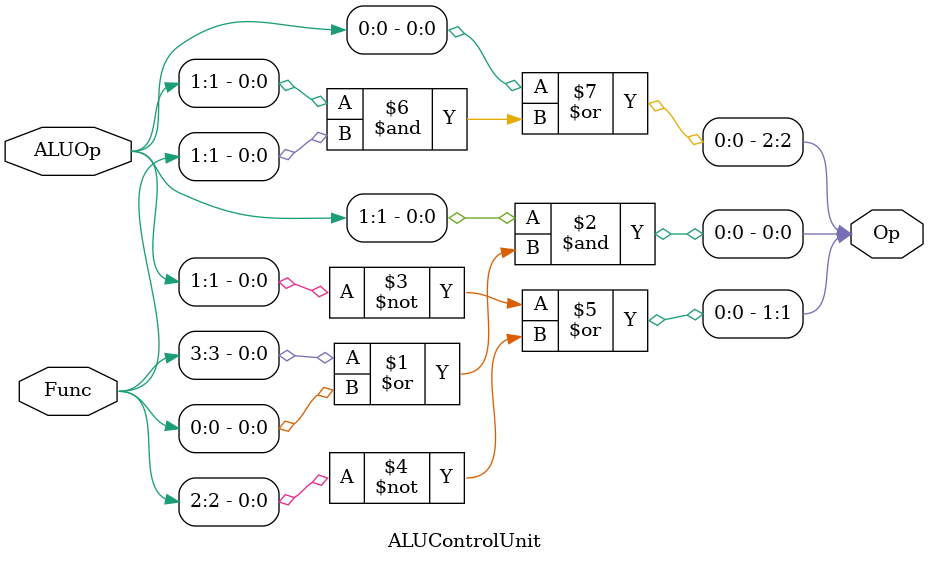
<source format=v>
module  ALUControlUnit(Op, Func, ALUOp);
  input [5:0] Func;
  input [1:0] ALUOp;
  output  [2:0] Op;
  assign  Op[0] = ALUOp[1] & (Func[3] | Func[0]);
  assign  Op[1] = (~ALUOp[1]) | (~Func[2]);
  assign  Op[2] = ALUOp[0] | (ALUOp[1] & Func[1]);
endmodule
</source>
